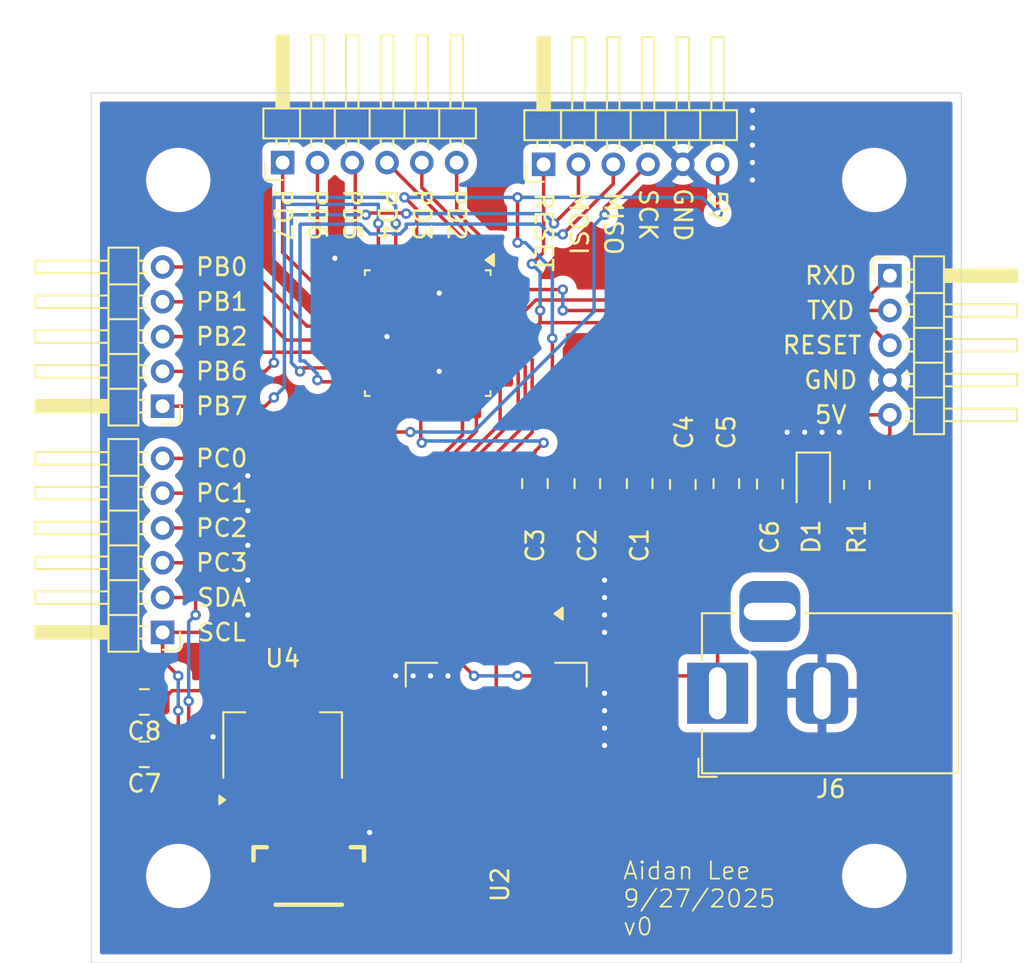
<source format=kicad_pcb>
(kicad_pcb (version 20241229) (generator "pcbnew") (generator_version "9.0")
  (layers (0 "F.Cu" signal) (2 "B.Cu" signal) (13 "F.Paste" user) (15 "B.Paste" user) (5 "F.SilkS" user "F.Silkscreen") (7 "B.SilkS" user "B.Silkscreen") (1 "F.Mask" user) (3 "B.Mask" user) (25 "Edge.Cuts" user))
  (net 0 "")
  (net 1 "VCC")
  (net 2 "GND")
  (net 3 "Net-(U1-AREF)")
  (net 4 "Net-(J1-Pin_3)")
  (net 5 "Net-(J1-Pin_1)")
  (net 6 "Net-(J1-Pin_2)")
  (net 7 "Net-(J2-Pin_4)")
  (net 8 "Net-(J2-Pin_3)")
  (net 9 "Net-(J2-Pin_2)")
  (net 12 "E-")
  (net 13 "B-")
  (net 14 "A+")
  (net 15 "BTN-2")
  (net 16 "E+")
  (net 17 "A-")
  (net 18 "B+")
  (net 19 "C-")
  (net 20 "BTN-0")
  (net 21 "F-")
  (net 22 "BTN-1")
  (net 23 "SCL")
  (net 24 "SDA")
  (net 25 "D-")
  (net 26 "F+")
  (net 27 "C+")
  (net 28 "D+")
  (net 29 "+5V")
  (net 30 "Net-(D1-A)")
  (net 31 "+3.3V")
  (footprint "SparkFun-Connector:JST_1x04_P1.0mm_Vertical_SMD" (layer "F.Cu") (at 136.5 116 180)
    (property "Reference" "J7")
    (property "Value" "Qwiic_Vertical")
    (pad "1" smd rect (at -1.5 1.511 180) (size 0.6 1.55) (layers "F.Cu" "F.Mask" "F.Paste") (net 2 "GND"))
    (pad "2" smd rect (at -0.5 1.511 180) (size 0.6 1.55) (layers "F.Cu" "F.Mask" "F.Paste") (net 31 "+3.3V"))
    (pad "3" smd rect (at 0.5 1.511 180) (size 0.6 1.55) (layers "F.Cu" "F.Mask" "F.Paste") (net 24 "SDA"))
    (pad "4" smd rect (at 1.5 1.511 180) (size 0.6 1.55) (layers "F.Cu" "F.Mask" "F.Paste") (net 23 "SCL"))
    (pad "NC1" smd rect (at -2.8 -0.914 180) (size 1.2 2) (layers "F.Cu" "F.Mask" "F.Paste"))
    (pad "NC2" smd rect (at 2.8 -0.914 180) (size 1.2 2) (layers "F.Cu" "F.Mask" "F.Paste"))
  )
  (footprint "Connector_BarrelJack:BarrelJack_Horizontal" (layer "F.Cu") (at 160 105.5 180)
    (property "Reference" "J6" (at -6.5 -5.5 0) (layer "F.SilkS"))
    (property "Value" "Barrel_Jack")
    (pad "1" thru_hole rect (at 0 0 180) (size 3.5 3.5) (drill oval 1 3) (layers "*.Cu" "*.Mask") (net 1 "VCC"))
    (pad "2" thru_hole roundrect (at -6 0 180) (size 3 3.5) (drill oval 1 3) (layers "*.Cu" "*.Mask") (net 2 "GND"))
    (pad "3" thru_hole roundrect (at -3 4.7 180) (size 3.5 3.5) (drill oval 3 1) (layers "*.Cu" "*.Mask"))
  )
  (footprint "Capacitor_SMD:C_0805_2012Metric" (layer "F.Cu") (at 155.52 93.45 -90)
    (property "Reference" "C1" (at 3.55 0.01 90) (layer "F.SilkS"))
    (property "Value" "10uF")
    (pad "1" smd roundrect (at -0.95 0 270) (size 1 1.45) (layers "F.Cu" "F.Mask" "F.Paste") (net 29 "+5V"))
    (pad "2" smd roundrect (at 0.95 0 270) (size 1 1.45) (layers "F.Cu" "F.Mask" "F.Paste") (net 2 "GND"))
  )
  (footprint "Capacitor_SMD:C_0805_2012Metric" (layer "F.Cu") (at 152.51 93.45 -90)
    (property "Reference" "C2" (at 3.55 0 90) (layer "F.SilkS"))
    (property "Value" "1uF")
    (pad "1" smd roundrect (at -0.95 0 270) (size 1 1.45) (layers "F.Cu" "F.Mask" "F.Paste") (net 29 "+5V"))
    (pad "2" smd roundrect (at 0.95 0 270) (size 1 1.45) (layers "F.Cu" "F.Mask" "F.Paste") (net 2 "GND"))
  )
  (footprint "Resistor_SMD:R_0805_2012Metric_Pad1.20x1.40mm_HandSolder" (layer "F.Cu") (at 168 93.525 -90)
    (property "Reference" "R1" (at 3 0 90) (layer "F.SilkS"))
    (property "Value" "145")
    (pad "1" smd roundrect (at -1 0 270) (size 1.2 1.4) (layers "F.Cu" "F.Mask" "F.Paste") (roundrect_rratio 0.208333) (net 29 "+5V"))
    (pad "2" smd roundrect (at 1 0 270) (size 1.2 1.4) (layers "F.Cu" "F.Mask" "F.Paste") (roundrect_rratio 0.208333) (net 30 "Net-(D1-A)"))
  )
  (footprint "MountingHole:MountingHole_3.2mm_M3" (layer "F.Cu") (at 129 116)
    (property "Reference" "H3" (hide yes))
    (property "Value" "MountingHole")
    (pad "" np_thru_hole circle (at 0 0) (size 3.2 3.2) (drill 3.2) (layers "*.Cu" "*.Mask"))
  )
  (footprint "Capacitor_SMD:C_0805_2012Metric" (layer "F.Cu") (at 149.5 93.45 -90)
    (property "Reference" "C3" (at 3.55 -0.01 90) (layer "F.SilkS"))
    (property "Value" "1uF" (hide yes))
    (pad "1" smd roundrect (at -0.95 0 270) (size 1 1.45) (layers "F.Cu" "F.Mask" "F.Paste") (net 3 "Net-(U1-AREF)"))
    (pad "2" smd roundrect (at 0.95 0 270) (size 1 1.45) (layers "F.Cu" "F.Mask" "F.Paste") (net 2 "GND"))
  )
  (footprint "Connector_PinHeader_2.00mm:PinHeader_1x05_P2.00mm_Horizontal" (layer "F.Cu") (at 128.1 89 180)
    (property "Reference" "J5" (hide yes))
    (property "Value" "Conn_01x05_Pin")
    (pad "1" thru_hole rect (at 0 0 180) (size 1.35 1.35) (drill 0.8) (layers "*.Cu" "*.Mask") (net 21 "F-"))
    (pad "2" thru_hole circle (at 0 2 180) (size 1.35 1.35) (drill 0.8) (layers "*.Cu" "*.Mask") (net 26 "F+"))
    (pad "3" thru_hole circle (at 0 4 180) (size 1.35 1.35) (drill 0.8) (layers "*.Cu" "*.Mask") (net 19 "C-"))
    (pad "4" thru_hole circle (at 0 6 180) (size 1.35 1.35) (drill 0.8) (layers "*.Cu" "*.Mask") (net 27 "C+"))
    (pad "5" thru_hole circle (at 0 8 180) (size 1.35 1.35) (drill 0.8) (layers "*.Cu" "*.Mask") (net 18 "B+"))
  )
  (footprint "Connector_PinHeader_2.00mm:PinHeader_1x06_P2.00mm_Horizontal" (layer "F.Cu") (at 135 75 90)
    (property "Reference" "J4" (hide yes))
    (property "Value" "Conn_01x06_Pin")
    (pad "1" thru_hole rect (at 0 0 90) (size 1.35 1.35) (drill 0.8) (layers "*.Cu" "*.Mask") (net 13 "B-"))
    (pad "2" thru_hole circle (at 0 2 90) (size 1.35 1.35) (drill 0.8) (layers "*.Cu" "*.Mask") (net 17 "A-"))
    (pad "3" thru_hole circle (at 0 4 90) (size 1.35 1.35) (drill 0.8) (layers "*.Cu" "*.Mask") (net 14 "A+"))
    (pad "4" thru_hole circle (at 0 6 90) (size 1.35 1.35) (drill 0.8) (layers "*.Cu" "*.Mask") (net 12 "E-"))
    (pad "5" thru_hole circle (at 0 8 90) (size 1.35 1.35) (drill 0.8) (layers "*.Cu" "*.Mask") (net 16 "E+"))
    (pad "6" thru_hole circle (at 0 10 90) (size 1.35 1.35) (drill 0.8) (layers "*.Cu" "*.Mask") (net 15 "BTN-2"))
  )
  (footprint "Connector_PinHeader_2.00mm:PinHeader_1x06_P2.00mm_Horizontal" (layer "F.Cu") (at 150 75.1 90)
    (property "Reference" "J2" (hide yes))
    (property "Value" "Conn_01x06_Pin")
    (pad "1" thru_hole rect (at 0 0 90) (size 1.35 1.35) (drill 0.8) (layers "*.Cu" "*.Mask") (net 4 "Net-(J1-Pin_3)"))
    (pad "2" thru_hole circle (at 0 2 90) (size 1.35 1.35) (drill 0.8) (layers "*.Cu" "*.Mask") (net 9 "Net-(J2-Pin_2)"))
    (pad "3" thru_hole circle (at 0 4 90) (size 1.35 1.35) (drill 0.8) (layers "*.Cu" "*.Mask") (net 8 "Net-(J2-Pin_3)"))
    (pad "4" thru_hole circle (at 0 6 90) (size 1.35 1.35) (drill 0.8) (layers "*.Cu" "*.Mask") (net 7 "Net-(J2-Pin_4)"))
    (pad "5" thru_hole circle (at 0 8 90) (size 1.35 1.35) (drill 0.8) (layers "*.Cu" "*.Mask") (net 2 "GND"))
    (pad "6" thru_hole circle (at 0 10 90) (size 1.35 1.35) (drill 0.8) (layers "*.Cu" "*.Mask") (net 29 "+5V"))
  )
  (footprint "Capacitor_SMD:C_0805_2012Metric" (layer "F.Cu") (at 127.05 106 180)
    (property "Reference" "C8" (at 0 -1.68 0) (layer "F.SilkS"))
    (property "Value" "10uF")
    (pad "1" smd roundrect (at -0.95 0 180) (size 1 1.45) (layers "F.Cu" "F.Mask" "F.Paste") (net 31 "+3.3V"))
    (pad "2" smd roundrect (at 0.95 0 180) (size 1 1.45) (layers "F.Cu" "F.Mask" "F.Paste") (net 2 "GND"))
  )
  (footprint "MountingHole:MountingHole_3.2mm_M3" (layer "F.Cu") (at 169 116)
    (property "Reference" "H4" (hide yes))
    (property "Value" "MountingHole")
    (pad "" np_thru_hole circle (at 0 0) (size 3.2 3.2) (drill 3.2) (layers "*.Cu" "*.Mask"))
  )
  (footprint "Package_QFP:TQFP-32_7x7mm_P0.8mm" (layer "F.Cu") (at 143.3375 84.8 -90)
    (property "Reference" "U1" (hide yes))
    (property "Value" "ATmega328P-A" (hide yes))
    (pad "1" smd roundrect (at -4.1625 -2.8 270) (size 1.475 0.55) (layers "F.Cu" "F.Mask" "F.Paste") (net 16 "E+"))
    (pad "2" smd roundrect (at -4.1625 -2 270) (size 1.475 0.55) (layers "F.Cu" "F.Mask" "F.Paste") (net 12 "E-"))
    (pad "3" smd roundrect (at -4.1625 -1.2 270) (size 1.475 0.55) (layers "F.Cu" "F.Mask" "F.Paste") (net 2 "GND"))
    (pad "4" smd roundrect (at -4.1625 -0.4 270) (size 1.475 0.55) (layers "F.Cu" "F.Mask" "F.Paste") (net 29 "+5V"))
    (pad "5" smd roundrect (at -4.1625 0.4 270) (size 1.475 0.55) (layers "F.Cu" "F.Mask" "F.Paste") (net 2 "GND"))
    (pad "6" smd roundrect (at -4.1625 1.2 270) (size 1.475 0.55) (layers "F.Cu" "F.Mask" "F.Paste") (net 29 "+5V"))
    (pad "7" smd roundrect (at -4.1625 2 270) (size 1.475 0.55) (layers "F.Cu" "F.Mask" "F.Paste") (net 26 "F+"))
    (pad "8" smd roundrect (at -4.1625 2.8 270) (size 1.475 0.55) (layers "F.Cu" "F.Mask" "F.Paste") (net 21 "F-"))
    (pad "9" smd roundrect (at -2.8 4.1625 270) (size 0.55 1.475) (layers "F.Cu" "F.Mask" "F.Paste") (net 14 "A+"))
    (pad "10" smd roundrect (at -2 4.1625 270) (size 0.55 1.475) (layers "F.Cu" "F.Mask" "F.Paste") (net 17 "A-"))
    (pad "11" smd roundrect (at -1.2 4.1625 270) (size 0.55 1.475) (layers "F.Cu" "F.Mask" "F.Paste") (net 13 "B-"))
    (pad "12" smd roundrect (at -0.4 4.1625 270) (size 0.55 1.475) (layers "F.Cu" "F.Mask" "F.Paste") (net 18 "B+"))
    (pad "13" smd roundrect (at 0.4 4.1625 270) (size 0.55 1.475) (layers "F.Cu" "F.Mask" "F.Paste") (net 27 "C+"))
    (pad "14" smd roundrect (at 1.2 4.1625 270) (size 0.55 1.475) (layers "F.Cu" "F.Mask" "F.Paste") (net 19 "C-"))
    (pad "15" smd roundrect (at 2 4.1625 270) (size 0.55 1.475) (layers "F.Cu" "F.Mask" "F.Paste") (net 9 "Net-(J2-Pin_2)"))
    (pad "16" smd roundrect (at 2.8 4.1625 270) (size 0.55 1.475) (layers "F.Cu" "F.Mask" "F.Paste") (net 8 "Net-(J2-Pin_3)"))
    (pad "17" smd roundrect (at 4.1625 2.8 270) (size 1.475 0.55) (layers "F.Cu" "F.Mask" "F.Paste") (net 7 "Net-(J2-Pin_4)"))
    (pad "18" smd roundrect (at 4.1625 2 270) (size 1.475 0.55) (layers "F.Cu" "F.Mask" "F.Paste") (net 29 "+5V"))
    (pad "19" smd roundrect (at 4.1625 1.2 270) (size 1.475 0.55) (layers "F.Cu" "F.Mask" "F.Paste"))
    (pad "20" smd roundrect (at 4.1625 0.4 270) (size 1.475 0.55) (layers "F.Cu" "F.Mask" "F.Paste") (net 3 "Net-(U1-AREF)"))
    (pad "21" smd roundrect (at 4.1625 -0.4 270) (size 1.475 0.55) (layers "F.Cu" "F.Mask" "F.Paste") (net 2 "GND"))
    (pad "22" smd roundrect (at 4.1625 -1.2 270) (size 1.475 0.55) (layers "F.Cu" "F.Mask" "F.Paste"))
    (pad "23" smd roundrect (at 4.1625 -2 270) (size 1.475 0.55) (layers "F.Cu" "F.Mask" "F.Paste") (net 20 "BTN-0"))
    (pad "24" smd roundrect (at 4.1625 -2.8 270) (size 1.475 0.55) (layers "F.Cu" "F.Mask" "F.Paste") (net 22 "BTN-1"))
    (pad "25" smd roundrect (at 2.8 -4.1625 270) (size 0.55 1.475) (layers "F.Cu" "F.Mask" "F.Paste") (net 28 "D+"))
    (pad "26" smd roundrect (at 2 -4.1625 270) (size 0.55 1.475) (layers "F.Cu" "F.Mask" "F.Paste") (net 25 "D-"))
    (pad "27" smd roundrect (at 1.2 -4.1625 270) (size 0.55 1.475) (layers "F.Cu" "F.Mask" "F.Paste") (net 24 "SDA"))
    (pad "28" smd roundrect (at 0.4 -4.1625 270) (size 0.55 1.475) (layers "F.Cu" "F.Mask" "F.Paste") (net 23 "SCL"))
    (pad "29" smd roundrect (at -0.4 -4.1625 270) (size 0.55 1.475) (layers "F.Cu" "F.Mask" "F.Paste") (net 4 "Net-(J1-Pin_3)"))
    (pad "30" smd roundrect (at -1.2 -4.1625 270) (size 0.55 1.475) (layers "F.Cu" "F.Mask" "F.Paste") (net 5 "Net-(J1-Pin_1)"))
    (pad "31" smd roundrect (at -2 -4.1625 270) (size 0.55 1.475) (layers "F.Cu" "F.Mask" "F.Paste") (net 6 "Net-(J1-Pin_2)"))
    (pad "32" smd roundrect (at -2.8 -4.1625 270) (size 0.55 1.475) (layers "F.Cu" "F.Mask" "F.Paste") (net 15 "BTN-2"))
  )
  (footprint "Package_TO_SOT_SMD:TO-263-3_TabPin2" (layer "F.Cu") (at 147.275 108.575 -90)
    (property "Reference" "U2" (at 7.925 -0.225 90) (layer "F.SilkS"))
    (property "Value" "LM1117S-5.0")
    (pad "1" smd roundrect (at -7.65 -2.54 270) (size 4.6 1.1) (layers "F.Cu" "F.Mask" "F.Paste") (roundrect_rratio 0.227273) (net 2 "GND"))
    (pad "2" smd roundrect (at -7.65 0 270) (size 4.6 1.1) (layers "F.Cu" "F.Mask" "F.Paste") (roundrect_rratio 0.227273) (net 29 "+5V"))
    (pad "2" smd roundrect (at 1.5 0 270) (size 9.4 10.8) (layers "F.Cu" "F.Mask") (roundrect_rratio 0.026596) (net 29 "+5V"))
    (pad "3" smd roundrect (at -7.65 2.54 270) (size 4.6 1.1) (layers "F.Cu" "F.Mask" "F.Paste") (roundrect_rratio 0.227273) (net 1 "VCC"))
  )
  (footprint "Package_TO_SOT_SMD:SOT-223-3_TabPin2" (layer "F.Cu") (at 135 108.5 90)
    (property "Reference" "U4" (at 5 0 180) (layer "F.SilkS"))
    (property "Value" "AMS1117-3.3")
    (pad "1" smd roundrect (at -3.15 -2.3 90) (size 2 1.5) (layers "F.Cu" "F.Mask" "F.Paste") (net 2 "GND"))
    (pad "2" smd roundrect (at -3.15 0 90) (size 2 1.5) (layers "F.Cu" "F.Mask" "F.Paste") (net 31 "+3.3V"))
    (pad "2" smd roundrect (at 3.15 0 90) (size 2 3.8) (layers "F.Cu" "F.Mask" "F.Paste") (net 31 "+3.3V"))
    (pad "3" smd roundrect (at -3.15 2.3 90) (size 2 1.5) (layers "F.Cu" "F.Mask" "F.Paste") (net 29 "+5V"))
  )
  (footprint "Connector_PinHeader_2.00mm:PinHeader_1x06_P2.00mm_Horizontal" (layer "F.Cu") (at 128.1 102 180)
    (property "Reference" "J3" (hide yes))
    (property "Value" "Conn_01x06_Pin")
    (pad "1" thru_hole rect (at 0 0 180) (size 1.35 1.35) (drill 0.8) (layers "*.Cu" "*.Mask") (net 23 "SCL"))
    (pad "2" thru_hole circle (at 0 2 180) (size 1.35 1.35) (drill 0.8) (layers "*.Cu" "*.Mask") (net 24 "SDA"))
    (pad "3" thru_hole circle (at 0 4 180) (size 1.35 1.35) (drill 0.8) (layers "*.Cu" "*.Mask") (net 25 "D-"))
    (pad "4" thru_hole circle (at 0 6 180) (size 1.35 1.35) (drill 0.8) (layers "*.Cu" "*.Mask") (net 28 "D+"))
    (pad "5" thru_hole circle (at 0 8 180) (size 1.35 1.35) (drill 0.8) (layers "*.Cu" "*.Mask") (net 22 "BTN-1"))
    (pad "6" thru_hole circle (at 0 10 180) (size 1.35 1.35) (drill 0.8) (layers "*.Cu" "*.Mask") (net 20 "BTN-0"))
  )
  (footprint "Connector_PinHeader_2.00mm:PinHeader_1x05_P2.00mm_Horizontal" (layer "F.Cu") (at 169.9 81.5)
    (property "Reference" "J1" (hide yes))
    (property "Value" "Conn_01x05_Pin")
    (pad "1" thru_hole rect (at 0 0) (size 1.35 1.35) (drill 0.8) (layers "*.Cu" "*.Mask") (net 5 "Net-(J1-Pin_1)"))
    (pad "2" thru_hole circle (at 0 2) (size 1.35 1.35) (drill 0.8) (layers "*.Cu" "*.Mask") (net 6 "Net-(J1-Pin_2)"))
    (pad "3" thru_hole circle (at 0 4) (size 1.35 1.35) (drill 0.8) (layers "*.Cu" "*.Mask") (net 4 "Net-(J1-Pin_3)"))
    (pad "4" thru_hole circle (at 0 6) (size 1.35 1.35) (drill 0.8) (layers "*.Cu" "*.Mask") (net 2 "GND"))
    (pad "5" thru_hole circle (at 0 8) (size 1.35 1.35) (drill 0.8) (layers "*.Cu" "*.Mask") (net 29 "+5V"))
  )
  (footprint "Capacitor_SMD:C_0805_2012Metric" (layer "F.Cu") (at 160.5 93.45 -90)
    (property "Reference" "C5" (at -2.95 0 90) (layer "F.SilkS"))
    (property "Value" "100nF")
    (pad "1" smd roundrect (at -0.95 0 270) (size 1 1.45) (layers "F.Cu" "F.Mask" "F.Paste") (net 29 "+5V"))
    (pad "2" smd roundrect (at 0.95 0 270) (size 1 1.45) (layers "F.Cu" "F.Mask" "F.Paste") (net 2 "GND"))
  )
  (footprint "Capacitor_SMD:C_0805_2012Metric" (layer "F.Cu") (at 163 93.475 -90)
    (property "Reference" "C6" (at 3.05 0 90) (layer "F.SilkS"))
    (property "Value" "47uF")
    (pad "1" smd roundrect (at -0.95 0 270) (size 1 1.45) (layers "F.Cu" "F.Mask" "F.Paste") (net 1 "VCC"))
    (pad "2" smd roundrect (at 0.95 0 270) (size 1 1.45) (layers "F.Cu" "F.Mask" "F.Paste") (net 2 "GND"))
  )
  (footprint "MountingHole:MountingHole_3.2mm_M3" (layer "F.Cu") (at 169 76)
    (property "Reference" "H1" (hide yes))
    (property "Value" "MountingHole")
    (pad "" np_thru_hole circle (at 0 0) (size 3.2 3.2) (drill 3.2) (layers "*.Cu" "*.Mask"))
  )
  (footprint "Capacitor_SMD:C_0805_2012Metric" (layer "F.Cu") (at 127.05 109.01 180)
    (property "Reference" "C7" (at 0 -1.68 0) (layer "F.SilkS"))
    (property "Value" "100nF")
    (pad "1" smd roundrect (at -0.95 0 180) (size 1 1.45) (layers "F.Cu" "F.Mask" "F.Paste") (net 31 "+3.3V"))
    (pad "2" smd roundrect (at 0.95 0 180) (size 1 1.45) (layers "F.Cu" "F.Mask" "F.Paste") (net 2 "GND"))
  )
  (footprint "Capacitor_SMD:C_0805_2012Metric" (layer "F.Cu") (at 158 93.5 -90)
    (property "Reference" "C4" (at -3 -0.073677 90) (layer "F.SilkS"))
    (property "Value" "10uF")
    (pad "1" smd roundrect (at -0.95 0 270) (size 1 1.45) (layers "F.Cu" "F.Mask" "F.Paste") (net 29 "+5V"))
    (pad "2" smd roundrect (at 0.95 0 270) (size 1 1.45) (layers "F.Cu" "F.Mask" "F.Paste") (net 2 "GND"))
  )
  (footprint "MountingHole:MountingHole_3.2mm_M3" (layer "F.Cu") (at 129 76)
    (property "Reference" "H1" (hide yes))
    (property "Value" "MountingHole")
    (pad "" np_thru_hole circle (at 0 0) (size 3.2 3.2) (drill 3.2) (layers "*.Cu" "*.Mask"))
  )
  (footprint "LED_SMD:LED_0805_2012Metric_Pad1.15x1.40mm_HandSolder" (layer "F.Cu") (at 165.5 93.525 -90)
    (property "Reference" "D1" (at 2.975 0.11661 90) (layer "F.SilkS"))
    (property "Value" "LED")
    (pad "1" smd roundrect (at -1.025 0 270) (size 1.15 1.4) (layers "F.Cu" "F.Mask" "F.Paste") (roundrect_rratio 0.217391) (net 2 "GND"))
    (pad "2" smd roundrect (at 1.025 0 270) (size 1.15 1.4) (layers "F.Cu" "F.Mask" "F.Paste") (roundrect_rratio 0.217391) (net 30 "Net-(D1-A)"))
  )
  (gr_rect (start 124 71) (end 174 121) (stroke (width 0.05)) (fill no) (layer "Edge.Cuts"))
  (gr_text "PB0" (at 131.5 81 0) (layer "F.SilkS") (effects (font (size 1 1))))
  (gr_text "PD7" (at 135 78 270) (layer "F.SilkS") (effects (font (size 1 1))))
  (gr_text "SDA" (at 131.5 100 0) (layer "F.SilkS") (effects (font (size 1 1))))
  (gr_text "TXD" (at 166.5 83.5 0) (layer "F.SilkS") (effects (font (size 1 1))))
  (gr_text "RXD" (at 166.5 81.5 0) (layer "F.SilkS") (effects (font (size 1 1))))
  (gr_text "SCL" (at 131.5 102 0) (layer "F.SilkS") (effects (font (size 1 1))))
  (gr_text "PB1" (at 131.5 83 0) (layer "F.SilkS") (effects (font (size 1 1))))
  (gr_text "PD5" (at 139 78 270) (layer "F.SilkS") (effects (font (size 1 1))))
  (gr_text "PC2" (at 131.5 96 0) (layer "F.SilkS") (effects (font (size 1 1))))
  (gr_text "PD6" (at 137 78 270) (layer "F.SilkS") (effects (font (size 1 1))))
  (gr_text "5V" (at 160 77.5 270) (layer "F.SilkS") (effects (font (size 1 1))))
  (gr_text "Aidan Lee\n9/27/2025\nv0" (at 154.5 119.5 0) (layer "F.SilkS") (effects (font (size 1 1) (thickness 0.1)) (justify left bottom)))
  (gr_text "5V" (at 166.5 89.5 0) (layer "F.SilkS") (effects (font (size 1 1))))
  (gr_text "PC1" (at 131.5 94 0) (layer "F.SilkS") (effects (font (size 1 1))))
  (gr_text "SCK" (at 156 78 270) (layer "F.SilkS") (effects (font (size 1 1))))
  (gr_text "PC3" (at 131.5 98 0) (layer "F.SilkS") (effects (font (size 1 1))))
  (gr_text "PD3" (at 143 78 270) (layer "F.SilkS") (effects (font (size 1 1))))
  (gr_text "GND" (at 166.5 87.5 0) (layer "F.SilkS") (effects (font (size 1 1))))
  (gr_text "GND" (at 158 78 270) (layer "F.SilkS") (effects (font (size 1 1))))
  (gr_text "MOSI" (at 152 78.5 270) (layer "F.SilkS") (effects (font (size 1 1))))
  (gr_text "PB7" (at 131.5 89 0) (layer "F.SilkS") (effects (font (size 1 1))))
  (gr_text "RESET" (at 166 85.5 0) (layer "F.SilkS") (effects (font (size 1 1))))
  (gr_text "PD2" (at 145 78 270) (layer "F.SilkS") (effects (font (size 1 1))))
  (gr_text "PD4" (at 141 78 270) (layer "F.SilkS") (effects (font (size 1 1))))
  (gr_text "RESET" (at 150 79 270) (layer "F.SilkS") (effects (font (size 1 1))))
  (gr_text "PB2" (at 131.5 85 0) (layer "F.SilkS") (effects (font (size 1 1))))
  (gr_text "PC0" (at 131.5 92 0) (layer "F.SilkS") (effects (font (size 1 1))))
  (gr_text "MISO" (at 154 78.5 270) (layer "F.SilkS") (effects (font (size 1 1))))
  (gr_text "PB6" (at 131.5 87 0) (layer "F.SilkS") (effects (font (size 1 1))))
  (segment (start 164.5 95.5) (end 164.5 94.025) (width 0.2) (layer "F.Cu") (net 1))
  (segment (start 148.5 104.5) (end 159 104.5) (width 0.2) (layer "F.Cu") (net 1))
  (segment (start 164.5 94.025) (end 163 92.525) (width 0.2) (layer "F.Cu") (net 1))
  (segment (start 159 104.5) (end 160 105.5) (width 0.2) (layer "F.Cu") (net 1))
  (segment (start 144.735 100.925) (end 144.735 103.235) (width 0.2) (layer "F.Cu") (net 1))
  (segment (start 144.735 103.235) (end 146 104.5) (width 0.2) (layer "F.Cu") (net 1))
  (segment (start 160 100) (end 164.5 95.5) (width 0.2) (layer "F.Cu") (net 1))
  (segment (start 160 105.5) (end 160 100) (width 0.2) (layer "F.Cu") (net 1))
  (via (at 146 104.5) (size 0.6) (drill 0.3) (layers "F.Cu" "B.Cu") (net 1))
  (via (at 148.5 104.5) (size 0.6) (drill 0.3) (layers "F.Cu" "B.Cu") (net 1))
  (segment (start 146 104.5) (end 148.5 104.5) (width 0.2) (layer "B.Cu") (net 1))
  (segment (start 142.9375 81.4375) (end 142.9375 80.6375) (width 0.2) (layer "F.Cu") (net 2))
  (segment (start 143.7375 87.2625) (end 144 87) (width 0.2) (layer "F.Cu") (net 2))
  (segment (start 144 82.5) (end 142.9375 81.4375) (width 0.2) (layer "F.Cu") (net 2))
  (segment (start 144.5375 80.6375) (end 144.5375 81.9625) (width 0.2) (layer "F.Cu") (net 2))
  (segment (start 143.7375 88.9625) (end 143.7375 87.2625) (width 0.2) (layer "F.Cu") (net 2))
  (segment (start 144.5375 81.9625) (end 144 82.5) (width 0.2) (layer "F.Cu") (net 2))
  (via (at 133 93) (size 0.6) (drill 0.3) (layers "F.Cu" "B.Cu") (net 2))
  (via (at 133 101) (size 0.6) (drill 0.3) (layers "F.Cu" "B.Cu") (net 2))
  (via (at 133 95) (size 0.6) (drill 0.3) (layers "F.Cu" "B.Cu") (net 2))
  (via (at 138 80.5) (size 0.6) (drill 0.3) (layers "F.Cu" "B.Cu") (net 2))
  (via (at 153.5 100) (size 0.6) (drill 0.3) (layers "F.Cu" "B.Cu") (net 2))
  (via (at 131 108) (size 0.6) (drill 0.3) (layers "F.Cu" "B.Cu") (net 2))
  (via (at 144 82.5) (size 0.6) (drill 0.3) (layers "F.Cu" "B.Cu") (net 2))
  (via (at 167 90.5) (size 0.6) (drill 0.3) (layers "F.Cu" "B.Cu") (net 2))
  (via (at 164 90.5) (size 0.6) (drill 0.3) (layers "F.Cu" "B.Cu") (net 2))
  (via (at 166 90.5) (size 0.6) (drill 0.3) (layers "F.Cu" "B.Cu") (net 2))
  (via (at 153.5 102) (size 0.6) (drill 0.3) (layers "F.Cu" "B.Cu") (net 2))
  (via (at 142.5 104.5) (size 0.6) (drill 0.3) (layers "F.Cu" "B.Cu") (net 2))
  (via (at 153.5 108.5) (size 0.6) (drill 0.3) (layers "F.Cu" "B.Cu") (net 2))
  (via (at 144 87) (size 0.6) (drill 0.3) (layers "F.Cu" "B.Cu") (net 2))
  (via (at 153.5 99) (size 0.6) (drill 0.3) (layers "F.Cu" "B.Cu") (net 2))
  (via (at 144.5 104.5) (size 0.6) (drill 0.3) (layers "F.Cu" "B.Cu") (net 2))
  (via (at 141 85) (size 0.6) (drill 0.3) (layers "F.Cu" "B.Cu") (net 2))
  (via (at 143.5 104.5) (size 0.6) (drill 0.3) (layers "F.Cu" "B.Cu") (net 2))
  (via (at 162 74) (size 0.6) (drill 0.3) (layers "F.Cu" "B.Cu") (net 2))
  (via (at 153.5 105.5) (size 0.6) (drill 0.3) (layers "F.Cu" "B.Cu") (net 2))
  (via (at 153.5 107.5) (size 0.6) (drill 0.3) (layers "F.Cu" "B.Cu") (net 2))
  (via (at 162 76) (size 0.6) (drill 0.3) (layers "F.Cu" "B.Cu") (net 2))
  (via (at 153.5 101) (size 0.6) (drill 0.3) (layers "F.Cu" "B.Cu") (net 2))
  (via (at 141.5 104.5) (size 0.6) (drill 0.3) (layers "F.Cu" "B.Cu") (net 2))
  (via (at 133 99) (size 0.6) (drill 0.3) (layers "F.Cu" "B.Cu") (net 2))
  (via (at 165 90.5) (size 0.6) (drill 0.3) (layers "F.Cu" "B.Cu") (net 2))
  (via (at 162 72) (size 0.6) (drill 0.3) (layers "F.Cu" "B.Cu") (net 2))
  (via (at 133 97) (size 0.6) (drill 0.3) (layers "F.Cu" "B.Cu") (net 2))
  (via (at 153.5 106.5) (size 0.6) (drill 0.3) (layers "F.Cu" "B.Cu") (net 2))
  (via (at 162 73) (size 0.6) (drill 0.3) (layers "F.Cu" "B.Cu") (net 2))
  (via (at 162 75) (size 0.6) (drill 0.3) (layers "F.Cu" "B.Cu") (net 2))
  (via (at 140 113.5) (size 0.6) (drill 0.3) (layers "F.Cu" "B.Cu") (net 2))
  (segment (start 142.9375 91.0375) (end 142.9375 88.9625) (width 0.2) (layer "F.Cu") (net 3))
  (segment (start 143 91.1) (end 142.9375 91.0375) (width 0.2) (layer "F.Cu") (net 3))
  (segment (start 149.5 91.6) (end 150 91.1) (width 0.2) (layer "F.Cu") (net 3))
  (segment (start 149.5 92.5) (end 149.5 91.6) (width 0.2) (layer "F.Cu") (net 3))
  (via (at 143 91.1) (size 0.6) (drill 0.3) (layers "F.Cu" "B.Cu") (net 3))
  (via (at 150 91.1) (size 0.6) (drill 0.3) (layers "F.Cu" "B.Cu") (net 3))
  (segment (start 143.1 91) (end 143 91.1) (width 0.2) (layer "B.Cu") (net 3))
  (segment (start 149.9 91) (end 143.1 91) (width 0.2) (layer "B.Cu") (net 3))
  (segment (start 150 91.1) (end 149.9 91) (width 0.2) (layer "B.Cu") (net 3))
  (segment (start 147.6 84.5) (end 147.5 84.4) (width 0.2) (layer "F.Cu") (net 4))
  (segment (start 149.800003 84.199997) (end 149.5 84.5) (width 0.2) (layer "F.Cu") (net 4))
  (segment (start 149.800003 83.5) (end 149.800003 84.199997) (width 0.2) (layer "F.Cu") (net 4))
  (segment (start 149.5 84.5) (end 147.6 84.5) (width 0.2) (layer "F.Cu") (net 4))
  (segment (start 150 75.1) (end 150 80.15147) (width 0.2) (layer "F.Cu") (net 4))
  (segment (start 168.599997 84.199997) (end 149.800003 84.199997) (width 0.2) (layer "F.Cu") (net 4))
  (segment (start 169.9 85.5) (end 168.599997 84.199997) (width 0.2) (layer "F.Cu") (net 4))
  (segment (start 150 80.15147) (end 149.325735 80.825735) (width 0.2) (layer "F.Cu") (net 4))
  (via (at 149.325735 80.825735) (size 0.6) (drill 0.3) (layers "F.Cu" "B.Cu") (net 4))
  (via (at 149.800003 83.5) (size 0.6) (drill 0.3) (layers "F.Cu" "B.Cu") (net 4))
  (segment (start 149.800003 81.300003) (end 149.800003 83.5) (width 0.2) (layer "B.Cu") (net 4))
  (segment (start 149.325735 80.825735) (end 149.800003 81.300003) (width 0.2) (layer "B.Cu") (net 4))
  (segment (start 148.85006 83.6) (end 147.5 83.6) (width 0.2) (layer "F.Cu") (net 5))
  (segment (start 149.55106 82.899) (end 148.85006 83.6) (width 0.2) (layer "F.Cu") (net 5))
  (segment (start 168.501 82.899) (end 149.55106 82.899) (width 0.2) (layer "F.Cu") (net 5))
  (segment (start 169.9 81.5) (end 168.501 82.899) (width 0.2) (layer "F.Cu") (net 5))
  (segment (start 148.237499 82.8) (end 147.5 82.8) (width 0.2) (layer "F.Cu") (net 6))
  (segment (start 169.9 83.5) (end 151.1 83.5) (width 0.2) (layer "F.Cu") (net 6))
  (segment (start 151.1 82.299) (end 148.738499 82.299) (width 0.2) (layer "F.Cu") (net 6))
  (segment (start 148.738499 82.299) (end 148.237499 82.8) (width 0.2) (layer "F.Cu") (net 6))
  (via (at 151.1 83.5) (size 0.6) (drill 0.3) (layers "F.Cu" "B.Cu") (net 6))
  (via (at 151.1 82.299) (size 0.6) (drill 0.3) (layers "F.Cu" "B.Cu") (net 6))
  (segment (start 151.1 83.5) (end 151.1 82.299) (width 0.2) (layer "B.Cu") (net 6))
  (segment (start 140.5375 88.9625) (end 140.5375 89.699999) (width 0.2) (layer "F.Cu") (net 7))
  (segment (start 140.5375 89.699999) (end 141.322922 90.485421) (width 0.2) (layer "F.Cu") (net 7))
  (segment (start 153.5 78) (end 153.5 77.6) (width 0.2) (layer "F.Cu") (net 7))
  (segment (start 153.5 77.6) (end 156 75.1) (width 0.2) (layer "F.Cu") (net 7))
  (segment (start 141.322922 90.485421) (end 142.3375 90.485421) (width 0.2) (layer "F.Cu") (net 7))
  (via (at 142.3375 90.485421) (size 0.6) (drill 0.3) (layers "F.Cu" "B.Cu") (net 7))
  (via (at 153.5 78) (size 0.6) (drill 0.3) (layers "F.Cu" "B.Cu") (net 7))
  (segment (start 145.964522 90.485421) (end 152.899 83.550943) (width 0.2) (layer "B.Cu") (net 7))
  (segment (start 152.899 78.601) (end 153.5 78) (width 0.2) (layer "B.Cu") (net 7))
  (segment (start 152.899 83.550943) (end 152.899 78.601) (width 0.2) (layer "B.Cu") (net 7))
  (segment (start 142.3375 90.485421) (end 145.964522 90.485421) (width 0.2) (layer "B.Cu") (net 7))
  (segment (start 137.1 87.6) (end 139.175 87.6) (width 0.2) (layer "F.Cu") (net 8))
  (segment (start 137 87.5) (end 137.1 87.6) (width 0.2) (layer "F.Cu") (net 8))
  (segment (start 154 76.224455) (end 151.099758 79.124697) (width 0.2) (layer "F.Cu") (net 8))
  (segment (start 154 75.1) (end 154 76.224455) (width 0.2) (layer "F.Cu") (net 8))
  (via (at 151.099758 79.124697) (size 0.6) (drill 0.3) (layers "F.Cu" "B.Cu") (net 8))
  (via (at 137 87.5) (size 0.6) (drill 0.3) (layers "F.Cu" "B.Cu") (net 8))
  (segment (start 151.099758 79.124697) (end 150.374754 79.124697) (width 0.2) (layer "B.Cu") (net 8))
  (segment (start 140.025057 79.101) (end 139.462028 78.537971) (width 0.2) (layer "B.Cu") (net 8))
  (segment (start 142.101 78.535313) (end 142.101 78.748943) (width 0.2) (layer "B.Cu") (net 8))
  (segment (start 136 86.399) (end 136 78.575942) (width 0.2) (layer "B.Cu") (net 8))
  (segment (start 137 87.150057) (end 137 87.5) (width 0.2) (layer "B.Cu") (net 8))
  (segment (start 149.78537 78.535313) (end 150.374754 79.124697) (width 0.2) (layer "B.Cu") (net 8))
  (segment (start 142.101 78.748943) (end 141.748943 79.101) (width 0.2) (layer "B.Cu") (net 8))
  (segment (start 136 86.399) (end 136.248943 86.399) (width 0.2) (layer "B.Cu") (net 8))
  (segment (start 149.78537 78.535313) (end 142.101 78.535313) (width 0.2) (layer "B.Cu") (net 8))
  (segment (start 139.462028 78.537971) (end 136.037971 78.537971) (width 0.2) (layer "B.Cu") (net 8))
  (segment (start 141.748943 79.101) (end 140.025057 79.101) (width 0.2) (layer "B.Cu") (net 8))
  (segment (start 136.248943 86.399) (end 137 87.150057) (width 0.2) (layer "B.Cu") (net 8))
  (segment (start 136 78.575942) (end 136.037971 78.537971) (width 0.2) (layer "B.Cu") (net 8))
  (segment (start 142.1 77.934313) (end 142.064687 77.899) (width 0.2) (layer "F.Cu") (net 9))
  (segment (start 139.877 77.899) (end 139.775 78.001) (width 0.2) (layer "F.Cu") (net 9))
  (segment (start 152 77.1) (end 150.6 78.5) (width 0.2) (layer "F.Cu") (net 9))
  (segment (start 142.064687 77.899) (end 139.877 77.899) (width 0.2) (layer "F.Cu") (net 9))
  (segment (start 152 75.1) (end 152 77.1) (width 0.2) (layer "F.Cu") (net 9))
  (segment (start 136.2 86.8) (end 139.175 86.8) (width 0.2) (layer "F.Cu") (net 9))
  (segment (start 136 87) (end 136.2 86.8) (width 0.2) (layer "F.Cu") (net 9))
  (via (at 139.775 78.001) (size 0.6) (drill 0.3) (layers "F.Cu" "B.Cu") (net 9))
  (via (at 136 87) (size 0.6) (drill 0.3) (layers "F.Cu" "B.Cu") (net 9))
  (via (at 142.1 77.934313) (size 0.6) (drill 0.3) (layers "F.Cu" "B.Cu") (net 9))
  (via (at 150.6 78.5) (size 0.6) (drill 0.3) (layers "F.Cu" "B.Cu") (net 9))
  (segment (start 139.775 78.001) (end 139.774 78) (width 0.2) (layer "B.Cu") (net 9))
  (segment (start 139.774 78) (end 135.502 78) (width 0.2) (layer "B.Cu") (net 9))
  (segment (start 135.502 86.502) (end 136 87) (width 0.2) (layer "B.Cu") (net 9))
  (segment (start 150.6 78.5) (end 150.034313 77.934313) (width 0.2) (layer "B.Cu") (net 9))
  (segment (start 135.502 78) (end 135.502 86.502) (width 0.2) (layer "B.Cu") (net 9))
  (segment (start 150.034313 77.934313) (end 142.1 77.934313) (width 0.2) (layer "B.Cu") (net 9))
  (segment (start 145.3375 79.3375) (end 145.3375 80.6375) (width 0.2) (layer "F.Cu") (net 12))
  (segment (start 141 75) (end 145.3375 79.3375) (width 0.2) (layer "F.Cu") (net 12))
  (segment (start 139.175 83.6) (end 138.437501 83.6) (width 0.2) (layer "F.Cu") (net 13))
  (segment (start 138.437501 83.6) (end 135 80.162499) (width 0.2) (layer "F.Cu") (net 13))
  (segment (start 135 80.162499) (end 135 75) (width 0.2) (layer "F.Cu") (net 13))
  (segment (start 139.175 82) (end 139.175 75.175) (width 0.2) (layer "F.Cu") (net 14))
  (segment (start 139.175 75.175) (end 139 75) (width 0.2) (layer "F.Cu") (net 14))
  (segment (start 145 77.8658) (end 146.6342 79.5) (width 0.2) (layer "F.Cu") (net 15))
  (segment (start 146.6342 79.5) (end 147.5 79.5) (width 0.2) (layer "F.Cu") (net 15))
  (segment (start 145 75) (end 145 77.8658) (width 0.2) (layer "F.Cu") (net 15))
  (segment (start 147.5 79.5) (end 147.5 82) (width 0.2) (layer "F.Cu") (net 15))
  (segment (start 143 75) (end 143 76.4329) (width 0.2) (layer "F.Cu") (net 16))
  (segment (start 143 76.4329) (end 146.1375 79.5704) (width 0.2) (layer "F.Cu") (net 16))
  (segment (start 146.1375 79.5704) (end 146.1375 80.6375) (width 0.2) (layer "F.Cu") (net 16))
  (segment (start 137 81.362499) (end 137 75) (width 0.2) (layer "F.Cu") (net 17))
  (segment (start 138.437501 82.8) (end 137 81.362499) (width 0.2) (layer "F.Cu") (net 17))
  (segment (start 139.175 82.8) (end 138.437501 82.8) (width 0.2) (layer "F.Cu") (net 17))
  (segment (start 136.4 84.4) (end 139.175 84.4) (width 0.2) (layer "F.Cu") (net 18))
  (segment (start 133 81) (end 136.4 84.4) (width 0.2) (layer "F.Cu") (net 18))
  (segment (start 128.1 81) (end 133 81) (width 0.2) (layer "F.Cu") (net 18))
  (segment (start 139.175 86) (end 139.074 85.899) (width 0.2) (layer "F.Cu") (net 19))
  (segment (start 128.1 85) (end 133 85) (width 0.2) (layer "F.Cu") (net 19))
  (segment (start 139.074 85.899) (end 133.899 85.899) (width 0.2) (layer "F.Cu") (net 19))
  (segment (start 133.899 85.899) (end 133 85) (width 0.2) (layer "F.Cu") (net 19))
  (segment (start 144 92) (end 145.3375 90.6625) (width 0.2) (layer "F.Cu") (net 20))
  (segment (start 128.1 92) (end 144 92) (width 0.2) (layer "F.Cu") (net 20))
  (segment (start 145.3375 90.6625) (end 145.3375 88.9625) (width 0.2) (layer "F.Cu") (net 20))
  (segment (start 140.5 78.5) (end 140.5 80.6) (width 0.2) (layer "F.Cu") (net 21))
  (segment (start 140.5 80.6) (end 140.5375 80.6375) (width 0.2) (layer "F.Cu") (net 21))
  (segment (start 128.1 89) (end 134 89) (width 0.2) (layer "F.Cu") (net 21))
  (segment (start 134 89) (end 134.5 88.5) (width 0.2) (layer "F.Cu") (net 21))
  (via (at 134.5 88.5) (size 0.6) (drill 0.3) (layers "F.Cu" "B.Cu") (net 21))
  (via (at 140.5 78.5) (size 0.6) (drill 0.3) (layers "F.Cu" "B.Cu") (net 21))
  (segment (start 135.099 77.401) (end 140.5 77.401) (width 0.2) (layer "B.Cu") (net 21))
  (segment (start 135.099 77.401) (end 135.101 77.403) (width 0.2) (layer "B.Cu") (net 21))
  (segment (start 134.5 88.5) (end 135.101 87.899) (width 0.2) (layer "B.Cu") (net 21))
  (segment (start 135.101 77.403) (end 135.101 87.899) (width 0.2) (layer "B.Cu") (net 21))
  (segment (start 140.5 77.401) (end 140.5 78.5) (width 0.2) (layer "B.Cu") (net 21))
  (segment (start 142.5671 94) (end 128.1 94) (width 0.2) (layer "F.Cu") (net 22))
  (segment (start 146.1375 88.9625) (end 146.1375 90.4296) (width 0.2) (layer "F.Cu") (net 22))
  (segment (start 146.1375 90.4296) (end 142.5671 94) (width 0.2) (layer "F.Cu") (net 22))
  (segment (start 137.8405 102) (end 149.3405 90.5) (width 0.2) (layer "F.Cu") (net 23))
  (segment (start 129 104.5) (end 128.1 103.6) (width 0.2) (layer "F.Cu") (net 23))
  (segment (start 128.1 102) (end 137.8405 102) (width 0.2) (layer "F.Cu") (net 23))
  (segment (start 128.1 103.6) (end 128.1 102) (width 0.2) (layer "F.Cu") (net 23))
  (segment (start 135 114.489) (end 132.989 114.489) (width 0.2) (layer "F.Cu") (net 23))
  (segment (start 149.3405 86.3405) (end 148.2 85.2) (width 0.2) (layer "F.Cu") (net 23))
  (segment (start 132.989 114.489) (end 129 110.5) (width 0.2) (layer "F.Cu") (net 23))
  (segment (start 149.3405 90.5) (end 149.3405 86.3405) (width 0.2) (layer "F.Cu") (net 23))
  (segment (start 148.2 85.2) (end 147.5 85.2) (width 0.2) (layer "F.Cu") (net 23))
  (segment (start 129 110.5) (end 129 106.5) (width 0.2) (layer "F.Cu") (net 23))
  (via (at 129 106.5) (size 0.6) (drill 0.3) (layers "F.Cu" "B.Cu") (net 23))
  (via (at 129 104.5) (size 0.6) (drill 0.3) (layers "F.Cu" "B.Cu") (net 23))
  (segment (start 129 106.5) (end 129 104.5) (width 0.2) (layer "B.Cu") (net 23))
  (segment (start 132.0181 112.951) (end 129.6 110.5329) (width 0.2) (layer "F.Cu") (net 24))
  (segment (start 139 100) (end 148.9395 90.0605) (width 0.2) (layer "F.Cu") (net 24))
  (segment (start 128.1 100) (end 130 100) (width 0.2) (layer "F.Cu") (net 24))
  (segment (start 148.9395 86.702001) (end 148.237499 86) (width 0.2) (layer "F.Cu") (net 24))
  (segment (start 129.6 110.5329) (end 129.6 105.95) (width 0.2) (layer "F.Cu") (net 24))
  (segment (start 148.237499 86) (end 147.5 86) (width 0.2) (layer "F.Cu") (net 24))
  (segment (start 130 101) (end 130 100) (width 0.2) (layer "F.Cu") (net 24))
  (segment (start 135.451 112.951) (end 132.0181 112.951) (width 0.2) (layer "F.Cu") (net 24))
  (segment (start 136 113.5) (end 135.451 112.951) (width 0.2) (layer "F.Cu") (net 24))
  (segment (start 148.9395 90.0605) (end 148.9395 86.702001) (width 0.2) (layer "F.Cu") (net 24))
  (segment (start 130 100) (end 139 100) (width 0.2) (layer "F.Cu") (net 24))
  (segment (start 136 114.489) (end 136 113.5) (width 0.2) (layer "F.Cu") (net 24))
  (via (at 130 101) (size 0.6) (drill 0.3) (layers "F.Cu" "B.Cu") (net 24))
  (via (at 129.6 105.95) (size 0.6) (drill 0.3) (layers "F.Cu" "B.Cu") (net 24))
  (segment (start 129.6 105.95) (end 129.6 101.4) (width 0.2) (layer "B.Cu") (net 24))
  (segment (start 129.6 101.4) (end 130 101) (width 0.2) (layer "B.Cu") (net 24))
  (segment (start 148.5385 87.101001) (end 148.237499 86.8) (width 0.2) (layer "F.Cu") (net 25))
  (segment (start 148.237499 86.8) (end 147.5 86.8) (width 0.2) (layer "F.Cu") (net 25))
  (segment (start 140.0671 98) (end 148.5385 89.5286) (width 0.2) (layer "F.Cu") (net 25))
  (segment (start 128.1 98) (end 140.0671 98) (width 0.2) (layer "F.Cu") (net 25))
  (segment (start 148.5385 89.5286) (end 148.5385 87.101001) (width 0.2) (layer "F.Cu") (net 25))
  (segment (start 141.5 78.5) (end 141.5 80.475) (width 0.2) (layer "F.Cu") (net 26))
  (segment (start 134 87) (end 134.5 86.5) (width 0.2) (layer "F.Cu") (net 26))
  (segment (start 141.5 80.475) (end 141.3375 80.6375) (width 0.2) (layer "F.Cu") (net 26))
  (segment (start 128.1 87) (end 134 87) (width 0.2) (layer "F.Cu") (net 26))
  (via (at 134.5 86.5) (size 0.6) (drill 0.3) (layers "F.Cu" "B.Cu") (net 26))
  (via (at 141.5 78.5) (size 0.6) (drill 0.3) (layers "F.Cu" "B.Cu") (net 26))
  (segment (start 141.5 77.5) (end 141.5 78.5) (width 0.2) (layer "B.Cu") (net 26))
  (segment (start 141 77) (end 141.5 77.5) (width 0.2) (layer "B.Cu") (net 26))
  (segment (start 134.5 86.5) (end 134.5 77) (width 0.2) (layer "B.Cu") (net 26))
  (segment (start 134.5 77) (end 141 77) (width 0.2) (layer "B.Cu") (net 26))
  (segment (start 133 83) (end 128.1 83) (width 0.2) (layer "F.Cu") (net 27))
  (segment (start 135.2 85.2) (end 133 83) (width 0.2) (layer "F.Cu") (net 27))
  (segment (start 135.2 85.2) (end 139.175 85.2) (width 0.2) (layer "F.Cu") (net 27))
  (segment (start 147.5 90) (end 147.5 87.6) (width 0.2) (layer "F.Cu") (net 28))
  (segment (start 128.1 96) (end 141.5 96) (width 0.2) (layer "F.Cu") (net 28))
  (segment (start 141.5 96) (end 147.5 90) (width 0.2) (layer "F.Cu") (net 28))
  (segment (start 145.7 111.65) (end 147.275 110.075) (width 0.2) (layer "F.Cu") (net 29))
  (segment (start 137.3 111.65) (end 145.7 111.65) (width 0.2) (layer "F.Cu") (net 29))
  (segment (start 142.701 77.68537) (end 142.701 79.336501) (width 0.2) (layer "F.Cu") (net 29))
  (segment (start 151 95) (end 147.275 98.725) (width 0.2) (layer "F.Cu") (net 29))
  (segment (start 142 77) (end 142.01563 77) (width 0.2) (layer "F.Cu") (net 29))
  (segment (start 147.275 98.725) (end 147.275 100.925) (width 0.2) (layer "F.Cu") (net 29))
  (segment (start 142.701 79.336501) (end 142.1375 79.900001) (width 0.2) (layer "F.Cu") (net 29))
  (segment (start 151 94) (end 151 95) (width 0.2) (layer "F.Cu") (net 29))
  (segment (start 147.275 110.075) (end 147.275 100.925) (width 0.2) (layer "F.Cu") (net 29))
  (segment (start 152.51 92.5) (end 151.01 94) (width 0.2) (layer "F.Cu") (net 29))
  (segment (start 142.1375 80.6375) (end 142.1375 87.601056) (width 0.2) (layer "F.Cu") (net 29))
  (segment (start 160 75.1) (end 160 77.9) (width 0.2) (layer "F.Cu") (net 29))
  (segment (start 152.51 92.5) (end 155.52 92.5) (width 0.2) (layer "F.Cu") (net 29))
  (segment (start 152.51 91.259943) (end 150.5 89.249943) (width 0.2) (layer "F.Cu") (net 29))
  (segment (start 148.5 79.6) (end 148.5 77) (width 0.2) (layer "F.Cu") (net 29))
  (segment (start 169.9 89.5) (end 169.9 90.625) (width 0.2) (layer "F.Cu") (net 29))
  (segment (start 152.51 92.5) (end 152.51 91.259943) (width 0.2) (layer "F.Cu") (net 29))
  (segment (start 151.01 94) (end 151 94) (width 0.2) (layer "F.Cu") (net 29))
  (segment (start 150.5 89.249943) (end 150.5 85.1) (width 0.2) (layer "F.Cu") (net 29))
  (segment (start 141.3375 88.401056) (end 141.3375 88.9625) (width 0.2) (layer "F.Cu") (net 29))
  (segment (start 160.5 92.5) (end 155.52 92.5) (width 0.2) (layer "F.Cu") (net 29))
  (segment (start 163.5 89.5) (end 160.5 92.5) (width 0.2) (layer "F.Cu") (net 29))
  (segment (start 169.9 89.5) (end 163.5 89.5) (width 0.2) (layer "F.Cu") (net 29))
  (segment (start 169.9 90.625) (end 168 92.525) (width 0.2) (layer "F.Cu") (net 29))
  (segment (start 142.1375 79.900001) (end 142.1375 80.6375) (width 0.2) (layer "F.Cu") (net 29))
  (segment (start 142.701 79.336501) (end 143.174 79.336501) (width 0.2) (layer "F.Cu") (net 29))
  (segment (start 142.01563 77) (end 142.701 77.68537) (width 0.2) (layer "F.Cu") (net 29))
  (segment (start 142.1375 87.601056) (end 141.3375 88.401056) (width 0.2) (layer "F.Cu") (net 29))
  (segment (start 143.7375 79.900001) (end 143.7375 80.6375) (width 0.2) (layer "F.Cu") (net 29))
  (segment (start 143.174 79.336501) (end 143.7375 79.900001) (width 0.2) (layer "F.Cu") (net 29))
  (via (at 148.5 77) (size 0.6) (drill 0.3) (layers "F.Cu" "B.Cu") (net 29))
  (via (at 160 77.9) (size 0.6) (drill 0.3) (layers "F.Cu" "B.Cu") (net 29))
  (via (at 150.5 85.1) (size 0.6) (drill 0.3) (layers "F.Cu" "B.Cu") (net 29))
  (via (at 142 77) (size 0.6) (drill 0.3) (layers "F.Cu" "B.Cu") (net 29))
  (via (at 148.5 79.6) (size 0.6) (drill 0.3) (layers "F.Cu" "B.Cu") (net 29))
  (segment (start 159.1 77) (end 148.5 77) (width 0.2) (layer "B.Cu") (net 29))
  (segment (start 148.5 77) (end 142 77) (width 0.2) (layer "B.Cu") (net 29))
  (segment (start 150.5 85.1) (end 150.5 81.150057) (width 0.2) (layer "B.Cu") (net 29))
  (segment (start 150.5 81.150057) (end 148.949943 79.6) (width 0.2) (layer "B.Cu") (net 29))
  (segment (start 160 77.9) (end 159.1 77) (width 0.2) (layer "B.Cu") (net 29))
  (segment (start 148.949943 79.6) (end 148.5 79.6) (width 0.2) (layer "B.Cu") (net 29))
  (segment (start 165.525 94.525) (end 165.5 94.55) (width 0.2) (layer "F.Cu") (net 30))
  (segment (start 168 94.525) (end 165.525 94.525) (width 0.2) (layer "F.Cu") (net 30))
  (segment (start 137 114.489) (end 137 113.65) (width 0.2) (layer "F.Cu") (net 31))
  (segment (start 137 113.65) (end 135 111.65) (width 0.2) (layer "F.Cu") (net 31))
  (segment (start 128.65 105.35) (end 135 105.35) (width 0.2) (layer "F.Cu") (net 31))
  (segment (start 128 109.01) (end 128 106) (width 0.2) (layer "F.Cu") (net 31))
  (segment (start 128 106) (end 128.65 105.35) (width 0.2) (layer "F.Cu") (net 31))
  (segment (start 135 111.65) (end 135 105.35) (width 0.2) (layer "F.Cu") (net 31))
  (zone (net 2) (net_name "GND") (layer "F.Cu") (connect_pads (clearance 0.5)) (min_thickness 0.25) (fill yes (thermal_gap 0.5) (thermal_bridge_width 0.5))
    (polygon (pts (xy 124 121) (xy 174 121) (xy 174 71) (xy 124 71)))
  )
  (zone (net 2) (net_name "GND") (layer "B.Cu") (priority 1) (connect_pads (clearance 0.5)) (min_thickness 0.25) (fill yes (thermal_gap 0.5) (thermal_bridge_width 0.5))
    (polygon (pts (xy 174 93.5) (xy 174 71) (xy 124 71) (xy 124 121) (xy 174 121)))
  )
)
</source>
